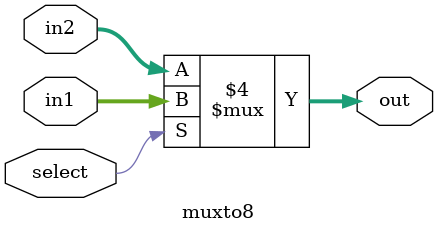
<source format=v>

module muxto8(out,select,in1,in2);

input select;
input [7:0] in1,in2;
output  reg [7:0] out;
always @(select,in1,in2) begin
	if (select==1)  out = in1;
	else out = in2;
end
endmodule

</source>
